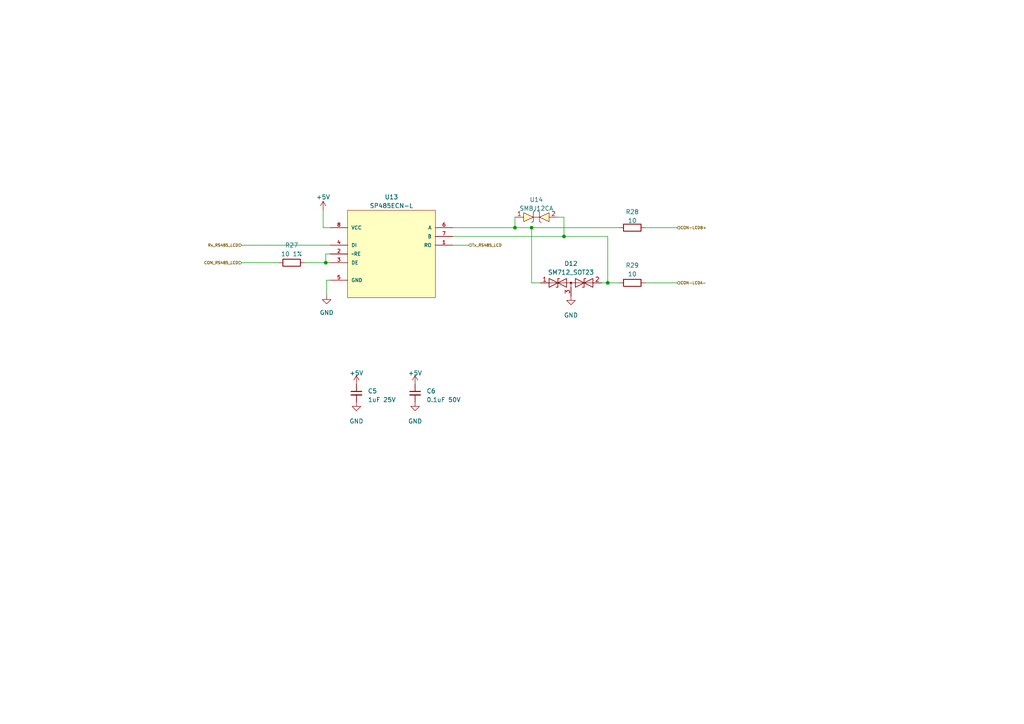
<source format=kicad_sch>
(kicad_sch (version 20230121) (generator eeschema)
  (paper "A4")
  (lib_symbols
    (symbol "Device:C_Small" (pin_numbers hide) (pin_names (offset 0.254) hide)
      (property "Reference" "C" (at 0.254 1.778 0))
      (property "Value" "C_Small" (at 0.254 -2.032 0))
      (symbol "C_Small_0_1"
        (polyline (pts (xy -1.524 -0.508) (xy 1.524 -0.508)) (stroke (width 0.3302)))
        (polyline (pts (xy -1.524 0.508) (xy 1.524 0.508)) (stroke (width 0.3048)))
      )
      (symbol "C_Small_1_1"
        (pin passive line (at 0 2.54 270) (length 2.032) (name "~") (number "1"))
        (pin passive line (at 0 -2.54 90) (length 2.032) (name "~") (number "2"))
      )
    )
    (symbol "Device:R" (pin_numbers hide) (pin_names (offset 0))
      (property "Reference" "R" (at 2.032 0 90))
      (property "Value" "R" (at 0 0 90))
      (symbol "R_0_1"
        (rectangle (start -1.016 -2.54) (end 1.016 2.54) (stroke (width 0.254)))
      )
      (symbol "R_1_1"
        (pin passive line (at 0 3.81 270) (length 1.27) (name "~") (number "1"))
        (pin passive line (at 0 -3.81 90) (length 1.27) (name "~") (number "2"))
      )
    )
    (symbol "Diode:SM712_SOT23" (pin_names (offset 1.016) hide)
      (property "Reference" "D" (at 0 4.445 0))
      (property "Value" "SM712_SOT23" (at 0 2.54 0))
      (symbol "SM712_SOT23_0_0"
        (polyline (pts (xy 0 -1.27) (xy 0 0)))
      )
      (symbol "SM712_SOT23_0_1"
        (polyline (pts (xy -6.35 0) (xy 6.35 0)))
        (polyline (pts (xy -3.302 1.27) (xy -3.81 1.27) (xy -3.81 -1.27) (xy -4.318 -1.27)) (stroke (width 0.2032)))
        (polyline (pts (xy 4.318 1.27) (xy 3.81 1.27) (xy 3.81 -1.27) (xy 3.302 -1.27)) (stroke (width 0.2032)))
        (polyline (pts (xy -6.35 -1.27) (xy -1.27 1.27) (xy -1.27 -1.27) (xy -6.35 1.27) (xy -6.35 -1.27)) (stroke (width 0.2032)))
        (polyline (pts (xy 1.27 -1.27) (xy 1.27 1.27) (xy 6.35 -1.27) (xy 6.35 1.27) (xy 1.27 -1.27)) (stroke (width 0.2032)))
        (circle (center 0 0) (radius 0.254) (fill (type outline)))
      )
      (symbol "SM712_SOT23_1_1"
        (pin passive line (at -8.89 0 0) (length 2.54) (name "A1") (number "1"))
        (pin passive line (at 8.89 0 180) (length 2.54) (name "A2") (number "2"))
        (pin input line (at 0 -3.81 90) (length 2.54) (name "common") (number "3"))
      )
    )
    (symbol "SP485ECN-L:SP485ECN-L" (pin_names (offset 1.016))
      (property "Reference" "U" (at 12.3334 6.9821 0))
      (property "Value" "SP485ECN-L" (at 13.1756 -23.3243 0))
      (symbol "SP485ECN-L_0_0"
        (rectangle (start 5.08 -20.32) (end 30.48 5.08) (stroke (width 0.127)) (fill (type background)))
        (pin output line (at 35.56 -5.08 180) (length 5.08) (name "RO") (number "1"))
        (pin input line (at 0 -7.62 0) (length 5.08) (name "~RE") (number "2"))
        (pin input line (at 0 -10.16 0) (length 5.08) (name "DE") (number "3"))
        (pin input line (at 0 -5.08 0) (length 5.08) (name "DI") (number "4"))
        (pin passive line (at 0 -15.24 0) (length 5.08) (name "GND") (number "5"))
        (pin output line (at 35.56 0 180) (length 5.08) (name "A") (number "6"))
        (pin output line (at 35.56 -2.54 180) (length 5.08) (name "B") (number "7"))
        (pin power_in line (at 0 0 0) (length 5.08) (name "VCC") (number "8"))
      )
    )
    (symbol "nuevos simvolos:SMBJ12CA"
      (property "Reference" "U" (at 6.858 5.588 0))
      (property "Value" "SMBJ12CA" (at 6.858 4.064 0))
      (symbol "SMBJ12CA_0_1"
        (polyline (pts (xy 0 7.366) (xy 0 5.588)))
        (polyline (pts (xy -1.524 5.08) (xy -1.27 5.588) (xy 1.524 5.588) (xy 1.778 6.096)))
        (polyline (pts (xy -1.524 7.874) (xy -1.27 7.366) (xy 1.524 7.366) (xy 1.778 6.858)))
        (polyline (pts (xy 0 5.588) (xy -1.27 2.794) (xy 1.27 2.794) (xy 0 5.588)) (fill (type background)))
        (polyline (pts (xy 0 7.366) (xy -1.27 10.16) (xy 1.27 10.16) (xy 0 7.366)) (fill (type background)))
      )
      (symbol "SMBJ12CA_1_1"
        (pin bidirectional line (at 0 12.7 270) (length 2.54) (name "") (number "1"))
        (pin bidirectional line (at 0 0.254 90) (length 2.54) (name "") (number "2"))
      )
    )
    (symbol "power:+5V" (power) (pin_names (offset 0))
      (property "Value" "+5V" (at 0 3.556 0))
      (symbol "+5V_0_1"
        (polyline (pts (xy -0.762 1.27) (xy 0 2.54)))
        (polyline (pts (xy 0 0) (xy 0 2.54)))
        (polyline (pts (xy 0 2.54) (xy 0.762 1.27)))
      )
      (symbol "+5V_1_1"
        (pin power_in line (at 0 0 90) (length 0) hide (name "+5V") (number "1"))
      )
    )
    (symbol "power:GND" (power) (pin_names (offset 0))
      (property "Value" "GND" (at 0 -3.81 0))
      (symbol "GND_0_1"
        (polyline (pts (xy 0 0) (xy 0 -1.27) (xy 1.27 -1.27) (xy 0 -2.54) (xy -1.27 -1.27) (xy 0 -1.27)))
      )
      (symbol "GND_1_1"
        (pin power_in line (at 0 0 270) (length 0) hide (name "GND") (number "1"))
      )
    )
  )
  (junction (at 94.488 76.2))
  (junction (at 176.276 82.042))
  (junction (at 163.576 68.58))
  (junction (at 154.178 66.04))
  (junction (at 149.352 66.04))
  (wire (pts (xy 163.576 62.992) (xy 163.576 68.58)))
  (wire (pts (xy 95.758 73.66) (xy 94.488 73.66)))
  (wire (pts (xy 94.488 76.2) (xy 95.758 76.2)))
  (wire (pts (xy 176.276 82.042) (xy 174.498 82.042)))
  (wire (pts (xy 93.726 60.96) (xy 93.726 66.04)))
  (wire (pts (xy 154.178 82.042) (xy 156.718 82.042)))
  (wire (pts (xy 88.392 76.2) (xy 94.488 76.2)))
  (wire (pts (xy 149.352 62.992) (xy 149.352 66.04)))
  (wire (pts (xy 176.276 68.58) (xy 176.276 82.042)))
  (wire (pts (xy 154.178 66.04) (xy 154.178 82.042)))
  (wire (pts (xy 70.104 76.2) (xy 80.772 76.2)))
  (wire (pts (xy 94.488 73.66) (xy 94.488 76.2)))
  (wire (pts (xy 131.318 71.12) (xy 135.89 71.12)))
  (wire (pts (xy 149.352 66.04) (xy 154.178 66.04)))
  (wire (pts (xy 196.342 66.04) (xy 187.198 66.04)))
  (wire (pts (xy 163.576 68.58) (xy 176.276 68.58)))
  (wire (pts (xy 94.742 81.28) (xy 95.758 81.28)))
  (wire (pts (xy 161.798 62.992) (xy 163.576 62.992)))
  (wire (pts (xy 131.318 68.58) (xy 163.576 68.58)))
  (wire (pts (xy 179.578 66.04) (xy 154.178 66.04)))
  (wire (pts (xy 95.758 71.12) (xy 70.104 71.12)))
  (wire (pts (xy 196.342 82.042) (xy 187.198 82.042)))
  (wire (pts (xy 93.726 66.04) (xy 95.758 66.04)))
  (wire (pts (xy 179.578 82.042) (xy 176.276 82.042)))
  (wire (pts (xy 131.318 66.04) (xy 149.352 66.04)))
  (wire (pts (xy 94.742 81.28) (xy 94.742 85.598)))
  (hierarchical_label "Tx_RS485_LCD" (shape input) (at 135.89 71.12 0) (effects (font (size 0.8 0.8))))
  (hierarchical_label "CON-LCDA-" (shape input) (at 196.342 82.042 0) (effects (font (size 0.8 0.8))))
  (hierarchical_label "Rx_RS485_LCD" (shape input) (at 70.104 71.12 180) (effects (font (size 0.8 0.8))))
  (hierarchical_label "COM_RS485_LCD" (shape input) (at 70.104 76.2 180) (effects (font (size 0.8 0.8))))
  (hierarchical_label "CON-LCDB+" (shape input) (at 196.342 66.04 0) (effects (font (size 0.8 0.8))))
  (symbol (lib_id "SP485ECN-L:SP485ECN-L") (at 95.758 66.04 0) (unit 1)
    (property "Reference" "U13" (at 113.538 57.15 0))
    (property "Value" "SP485ECN-L" (at 113.538 59.69 0))
    (property "Footprint" "SOIC127P600X175-8N" (effects hide))
    (property "SUPPLIER" "Sipex Corporation" (effects hide))
    (property "OC_FARNELL" "1831933" (effects hide))
    (property "OC_NEWARK" "24R0570" (effects hide))
    (property "MPN" "SP485ECN-L" (effects hide))
    (property "PACKAGE" "SOIC-8" (effects hide))
  )
  (symbol (lib_id "Device:C_Small") (at 103.378 114.046 0) (unit 1)
    (property "Reference" "C5" (at 106.68 113.4173 0) (effects (justify left)))
    (property "Value" "1uF 25V" (at 106.68 115.9573 0) (effects (justify left)))
    (property "Footprint" "Capacitor_SMD:C_0805_2012Metric" (effects hide))
  )
  (symbol (lib_id "power:GND") (at 165.608 85.852 0) (unit 1)
    (property "Reference" "#PWR041" (effects hide))
    (property "Value" "GND" (at 165.608 91.44 0))
  )
  (symbol (lib_id "Diode:SM712_SOT23") (at 165.608 82.042 0) (unit 1)
    (property "Reference" "D12" (at 165.608 76.454 0))
    (property "Value" "SM712_SOT23" (at 165.608 78.994 0))
    (property "Footprint" "Package_TO_SOT_SMD:SOT-23" (effects hide))
    (property "Datasheet" "https://www.littelfuse.com/~/media/electronics/datasheets/tvs_diode_arrays/littelfuse_tvs_diode_array_sm712_datasheet.pdf.pdf" (effects hide))
  )
  (symbol (lib_id "power:+5V") (at 120.396 111.506 0) (unit 1)
    (property "Reference" "#PWR038" (effects hide))
    (property "Value" "+5V" (at 120.396 108.204 0))
  )
  (symbol (lib_id "power:GND") (at 120.396 116.586 0) (unit 1)
    (property "Reference" "#PWR040" (effects hide))
    (property "Value" "GND" (at 120.396 122.174 0))
  )
  (symbol (lib_id "Device:R") (at 183.388 82.042 90) (unit 1)
    (property "Reference" "R29" (at 183.388 76.962 90))
    (property "Value" "10" (at 183.388 79.502 90))
    (property "Footprint" "Resistor_SMD:R_0805_2012Metric" (effects hide))
  )
  (symbol (lib_id "power:GND") (at 94.742 85.598 0) (unit 1)
    (property "Reference" "#PWR036" (effects hide))
    (property "Value" "GND" (at 94.742 90.678 0))
  )
  (symbol (lib_id "Device:C_Small") (at 120.396 114.046 0) (unit 1)
    (property "Reference" "C6" (at 123.698 113.4173 0) (effects (justify left)))
    (property "Value" "0.1uF 50V" (at 123.698 115.9573 0) (effects (justify left)))
    (property "Footprint" "Capacitor_SMD:C_0805_2012Metric" (effects hide))
  )
  (symbol (lib_id "nuevos simvolos:SMBJ12CA") (at 162.052 62.992 90) (unit 1)
    (property "Reference" "U14" (at 155.575 57.912 90))
    (property "Value" "SMBJ12CA" (at 155.575 60.452 90))
    (property "Footprint" "nuevo simbolo:SMBJ12CA" (effects hide))
    (property "Datasheet" "https://pdf1.alldatasheet.com/datasheet-pdf/view/568474/SOCAY/SMBJ12CA.html" (effects hide))
  )
  (symbol (lib_id "Device:R") (at 183.388 66.04 90) (unit 1)
    (property "Reference" "R28" (at 183.388 61.468 90))
    (property "Value" "10" (at 183.388 64.008 90))
    (property "Footprint" "Resistor_SMD:R_0805_2012Metric" (effects hide))
  )
  (symbol (lib_id "power:+5V") (at 103.378 111.506 0) (unit 1)
    (property "Reference" "#PWR037" (effects hide))
    (property "Value" "+5V" (at 103.378 108.204 0))
  )
  (symbol (lib_id "power:GND") (at 103.378 116.586 0) (unit 1)
    (property "Reference" "#PWR039" (effects hide))
    (property "Value" "GND" (at 103.378 122.174 0))
  )
  (symbol (lib_id "power:+5V") (at 93.726 60.96 0) (unit 1)
    (property "Reference" "#PWR035" (effects hide))
    (property "Value" "+5V" (at 93.726 57.15 0))
  )
  (symbol (lib_id "Device:R") (at 84.582 76.2 90) (unit 1)
    (property "Reference" "R27" (at 84.582 71.12 90))
    (property "Value" "10 1%" (at 84.582 73.66 90))
    (property "Footprint" "Resistor_SMD:R_0805_2012Metric" (effects hide))
  )
)
</source>
